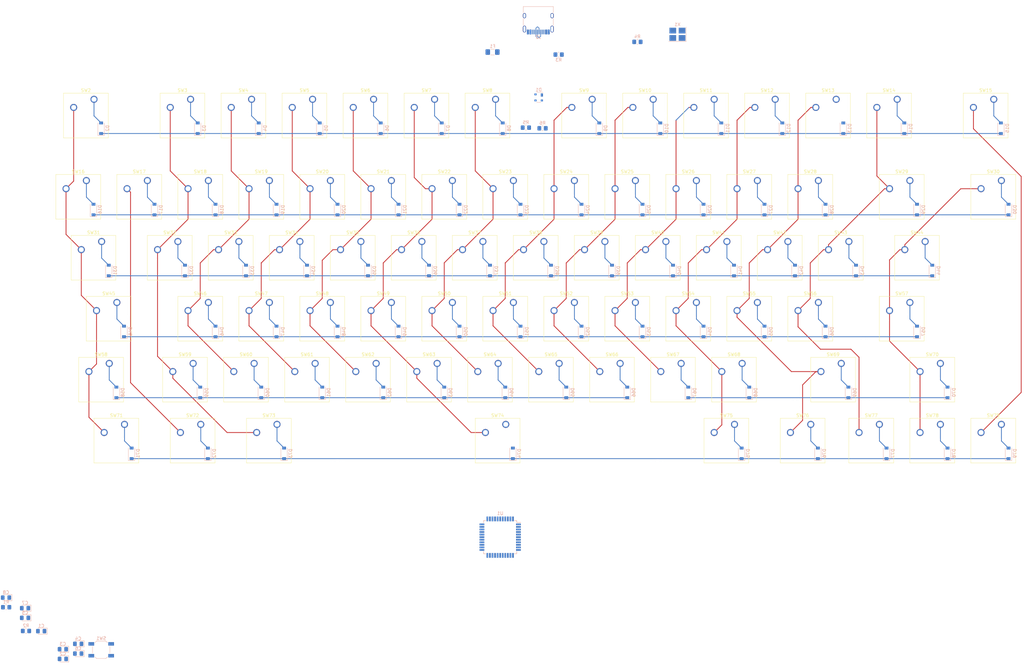
<source format=kicad_pcb>
(kicad_pcb (version 20211014) (generator pcbnew)
  (layers (0 "F.Cu" signal) (31 "B.Cu" signal) (34 "B.Paste" user) (35 "F.Paste" user) (36 "B.SilkS" user "B.Silkscreen") (37 "F.SilkS" user "F.Silkscreen") (38 "B.Mask" user) (39 "F.Mask" user) (44 "Edge.Cuts" user))
  (net 0 "")
  (net 1 "XTAL1")
  (net 2 "GND")
  (net 3 "XTAL2")
  (net 4 "+5V")
  (net 5 "Net-(C5-Pad1)")
  (net 6 "DP")
  (net 7 "DN")
  (net 8 "VCC")
  (net 9 "Net-(D2-Pad2)")
  (net 10 "Net-(D3-Pad2)")
  (net 11 "Net-(D4-Pad2)")
  (net 12 "Net-(D5-Pad2)")
  (net 13 "Net-(D6-Pad2)")
  (net 14 "Net-(D7-Pad2)")
  (net 15 "Net-(D8-Pad2)")
  (net 16 "Net-(D9-Pad2)")
  (net 17 "Net-(D10-Pad2)")
  (net 18 "Net-(D11-Pad2)")
  (net 19 "Net-(D12-Pad2)")
  (net 20 "Net-(D13-Pad2)")
  (net 21 "Net-(D14-Pad2)")
  (net 22 "Net-(D15-Pad2)")
  (net 23 "ROW 01")
  (net 24 "Net-(D16-Pad2)")
  (net 25 "Net-(D17-Pad2)")
  (net 26 "Net-(D18-Pad2)")
  (net 27 "Net-(D19-Pad2)")
  (net 28 "Net-(D20-Pad2)")
  (net 29 "Net-(D21-Pad2)")
  (net 30 "Net-(D22-Pad2)")
  (net 31 "Net-(D23-Pad2)")
  (net 32 "Net-(D24-Pad2)")
  (net 33 "Net-(D25-Pad2)")
  (net 34 "Net-(D26-Pad2)")
  (net 35 "Net-(D27-Pad2)")
  (net 36 "Net-(D28-Pad2)")
  (net 37 "Net-(D29-Pad2)")
  (net 38 "Net-(D30-Pad2)")
  (net 39 "ROW 02")
  (net 40 "Net-(D31-Pad2)")
  (net 41 "Net-(D32-Pad2)")
  (net 42 "Net-(D33-Pad2)")
  (net 43 "Net-(D34-Pad2)")
  (net 44 "Net-(D35-Pad2)")
  (net 45 "Net-(D36-Pad2)")
  (net 46 "Net-(D37-Pad2)")
  (net 47 "Net-(D38-Pad2)")
  (net 48 "Net-(D39-Pad2)")
  (net 49 "Net-(D40-Pad2)")
  (net 50 "Net-(D41-Pad2)")
  (net 51 "Net-(D42-Pad2)")
  (net 52 "Net-(D43-Pad2)")
  (net 53 "Net-(D44-Pad2)")
  (net 54 "ROW 03")
  (net 55 "Net-(D45-Pad2)")
  (net 56 "Net-(D46-Pad2)")
  (net 57 "Net-(D47-Pad2)")
  (net 58 "Net-(D48-Pad2)")
  (net 59 "Net-(D49-Pad2)")
  (net 60 "Net-(D50-Pad2)")
  (net 61 "Net-(D51-Pad2)")
  (net 62 "Net-(D52-Pad2)")
  (net 63 "Net-(D53-Pad2)")
  (net 64 "Net-(D54-Pad2)")
  (net 65 "Net-(D55-Pad2)")
  (net 66 "Net-(D56-Pad2)")
  (net 67 "Net-(D57-Pad2)")
  (net 68 "ROW 04")
  (net 69 "Net-(D58-Pad2)")
  (net 70 "Net-(D59-Pad2)")
  (net 71 "Net-(D60-Pad2)")
  (net 72 "Net-(D61-Pad2)")
  (net 73 "Net-(D62-Pad2)")
  (net 74 "Net-(D63-Pad2)")
  (net 75 "Net-(D64-Pad2)")
  (net 76 "Net-(D65-Pad2)")
  (net 77 "Net-(D66-Pad2)")
  (net 78 "Net-(D67-Pad2)")
  (net 79 "Net-(D68-Pad2)")
  (net 80 "Net-(D69-Pad2)")
  (net 81 "Net-(D70-Pad2)")
  (net 82 "ROW 05")
  (net 83 "Net-(D71-Pad2)")
  (net 84 "Net-(D72-Pad2)")
  (net 85 "Net-(D73-Pad2)")
  (net 86 "Net-(D74-Pad2)")
  (net 87 "Net-(D75-Pad2)")
  (net 88 "Net-(D76-Pad2)")
  (net 89 "Net-(D77-Pad2)")
  (net 90 "Net-(D78-Pad2)")
  (net 91 "Net-(D79-Pad2)")
  (net 92 "Net-(J2-PadA5)")
  (net 94 "Net-(J2-PadB5)")
  (net 96 "Net-(R1-Pad2)")
  (net 97 "RESET")
  (net 98 "D-")
  (net 99 "D+")
  (net 100 "COL 00")
  (net 101 "COL 02")
  (net 102 "COL 03")
  (net 103 "COL 04")
  (net 104 "COL 05")
  (net 105 "COL 06")
  (net 106 "COL 07")
  (net 107 "COL 08")
  (net 108 "COL 09")
  (net 109 "COL 0A")
  (net 110 "COL 0B")
  (net 111 "COL 0C")
  (net 112 "COL 0D")
  (net 113 "COL 0F")
  (net 114 "COL 01")
  (net 115 "COL 0E")
  (net 116 "SCK")
  (net 117 "MOSI")
  (net 118 "MISO")
  (footprint "Button_Switch_Keyboard:SW_Cherry_MX_1.00u_PCB" (layer "F.Cu") (at 170.02125 87.78875)
    (fp_text reference "SW36")
    (fp_text value "T")
  )
  (footprint "Button_Switch_Keyboard:SW_Cherry_MX_1.00u_PCB" (layer "F.Cu") (at 208.12125 87.78875)
    (fp_text reference "SW38")
    (fp_text value "U")
  )
  (footprint "Button_Switch_Keyboard:SW_Cherry_MX_2.00u_PCB" (layer "F.Cu") (at 322.42125 68.73875)
    (fp_text reference "SW29")
    (fp_text value "Bksp")
  )
  (footprint "Button_Switch_Keyboard:SW_Cherry_MX_1.00u_PCB" (layer "F.Cu") (at 103.34625 68.73875)
    (fp_text reference "SW18")
    (fp_text value "2")
  )
  (footprint "Button_Switch_Keyboard:SW_Cherry_MX_1.00u_PCB" (layer "F.Cu") (at 122.39625 106.83875)
    (fp_text reference "SW47")
    (fp_text value "S")
  )
  (footprint "Button_Switch_Keyboard:SW_Cherry_MX_1.00u_PCB" (layer "F.Cu") (at 246.22125 87.78875)
    (fp_text reference "SW40")
    (fp_text value "O")
  )
  (footprint "Button_Switch_Keyboard:SW_Cherry_MX_2.00u_PCB" (layer "F.Cu") (at 322.42125 106.83875)
    (fp_text reference "SW57")
    (fp_text value "Enter")
  )
  (footprint "Button_Switch_Keyboard:SW_Cherry_MX_1.00u_PCB" (layer "F.Cu") (at 255.74625 68.73875)
    (fp_text reference "SW26")
    (fp_text value "0")
  )
  (footprint "Button_Switch_Keyboard:SW_Cherry_MX_1.00u_PCB" (layer "F.Cu") (at 350.99625 68.73875)
    (fp_text reference "SW30")
    (fp_text value "Del")
  )
  (footprint "Button_Switch_Keyboard:SW_Cherry_MX_1.00u_PCB" (layer "F.Cu") (at 270.03375 125.88875)
    (fp_text reference "SW68")
    (fp_text value "/")
  )
  (footprint "Button_Switch_Keyboard:SW_Cherry_MX_1.00u_PCB" (layer "F.Cu") (at 265.27125 87.78875)
    (fp_text reference "SW41")
    (fp_text value "P")
  )
  (footprint "Button_Switch_Keyboard:SW_Cherry_MX_1.50u_PCB" (layer "F.Cu") (at 70.00875 87.78875)
    (fp_text reference "SW31")
    (fp_text value "Tab")
  )
  (footprint "Button_Switch_Keyboard:SW_Cherry_MX_1.00u_PCB" (layer "F.Cu") (at 160.49625 106.83875)
    (fp_text reference "SW49")
    (fp_text value "F")
  )
  (footprint "Button_Switch_Keyboard:SW_Cherry_MX_1.00u_PCB" (layer "F.Cu") (at 174.78375 125.88875)
    (fp_text reference "SW63")
    (fp_text value "B")
  )
  (footprint "Button_Switch_Keyboard:SW_Cherry_MX_1.00u_PCB" (layer "F.Cu") (at 189.07125 87.78875)
    (fp_text reference "SW37")
    (fp_text value "Y")
  )
  (footprint "Button_Switch_Keyboard:SW_Cherry_MX_1.00u_PCB" (layer "F.Cu") (at 135.89 43.33875)
    (fp_text reference "SW5")
    (fp_text value "F3")
  )
  (footprint "Button_Switch_Keyboard:SW_Cherry_MX_1.00u_PCB" (layer "F.Cu") (at 112.87125 87.78875)
    (fp_text reference "SW33")
    (fp_text value "W")
  )
  (footprint "Button_Switch_Keyboard:SW_Cherry_MX_1.00u_PCB" (layer "F.Cu") (at 236.69625 68.73875)
    (fp_text reference "SW25")
    (fp_text value "9")
  )
  (footprint "Button_Switch_Keyboard:SW_Cherry_MX_1.00u_PCB" (layer "F.Cu") (at 154.94 43.33875)
    (fp_text reference "SW6")
    (fp_text value "F4")
  )
  (footprint "Button_Switch_Keyboard:SW_Cherry_MX_1.00u_PCB" (layer "F.Cu") (at 141.44625 68.73875)
    (fp_text reference "SW20")
    (fp_text value "4")
  )
  (footprint "Button_Switch_Keyboard:SW_Cherry_MX_1.25u_PCB" (layer "F.Cu") (at 267.6525 144.93875)
    (fp_text reference "SW75")
    (fp_text value "RAmiga")
  )
  (footprint "Button_Switch_Keyboard:SW_Cherry_MX_1.00u_PCB" (layer "F.Cu") (at 293.84625 106.83875)
    (fp_text reference "SW56")
    (fp_text value "'")
  )
  (footprint "Button_Switch_Keyboard:SW_Cherry_MX_1.00u_PCB" (layer "F.Cu") (at 179.54625 106.83875)
    (fp_text reference "SW50")
    (fp_text value "G")
  )
  (footprint "Button_Switch_Keyboard:SW_Cherry_MX_1.00u_PCB" (layer "F.Cu") (at 117.63375 125.88875)
    (fp_text reference "SW60")
    (fp_text value "X")
  )
  (footprint "Button_Switch_Keyboard:SW_Cherry_MX_1.00u_PCB" (layer "F.Cu") (at 312.89625 144.93875)
    (fp_text reference "SW77")
    (fp_text value "Left")
  )
  (footprint "Button_Switch_Keyboard:SW_Cherry_MX_1.25u_PCB" (layer "F.Cu") (at 67.6275 43.33875)
    (fp_text reference "SW2")
    (fp_text value "Esc")
  )
  (footprint "Button_Switch_Keyboard:SW_Cherry_MX_1.25u_PCB" (layer "F.Cu") (at 77.1525 144.93875)
    (fp_text reference "SW71")
    (fp_text value "Ctrl")
  )
  (footprint "Button_Switch_Keyboard:SW_Cherry_MX_1.00u_PCB" (layer "F.Cu") (at 242.2525 43.33875)
    (fp_text reference "SW10")
    (fp_text value "F8")
  )
  (footprint "Button_Switch_Keyboard:SW_Cherry_MX_1.00u_PCB" (layer "F.Cu") (at 255.74625 106.83875)
    (fp_text reference "SW54")
    (fp_text value "L")
  )
  (footprint "Button_Switch_Keyboard:SW_Cherry_MX_1.00u_PCB" (layer "F.Cu") (at 261.3025 43.33875)
    (fp_text reference "SW11")
    (fp_text value "F9")
  )
  (footprint "Button_Switch_Keyboard:SW_Cherry_MX_1.25u_PCB" (layer "F.Cu") (at 291.465 144.93875)
    (fp_text reference "SW76")
    (fp_text value "RAlt")
  )
  (footprint "Button_Switch_Keyboard:SW_Cherry_MX_1.00u_PCB" (layer "F.Cu") (at 274.79625 68.73875)
    (fp_text reference "SW27")
    (fp_text value "-")
  )
  (footprint "Button_Switch_Keyboard:SW_Cherry_MX_1.00u_PCB" (layer "F.Cu") (at 250.98375 125.88875)
    (fp_text reference "SW67")
    (fp_text value ".")
  )
  (footprint "Button_Switch_Keyboard:SW_Cherry_MX_1.00u_PCB" (layer "F.Cu") (at 98.58375 125.88875)
    (fp_text reference "SW59")
    (fp_text value "Z")
  )
  (footprint "Button_Switch_Keyboard:SW_Cherry_MX_1.00u_PCB" (layer "F.Cu") (at 303.37125 87.78875)
    (fp_text reference "SW43")
    (fp_text value "]")
  )
  (footprint "Button_Switch_Keyboard:SW_Cherry_MX_2.00u_PCB" (layer "F.Cu") (at 74.77125 106.83875)
    (fp_text reference "SW45")
    (fp_text value "Hyper")
  )
  (footprint "Button_Switch_Keyboard:SW_Cherry_MX_1.00u_PCB" (layer "F.Cu") (at 155.73375 125.88875)
    (fp_text reference "SW62")
    (fp_text value "V")
  )
  (footprint "Button_Switch_Keyboard:SW_Cherry_MX_1.00u_PCB" (layer "F.Cu") (at 331.94625 125.88875)
    (fp_text reference "SW70")
    (fp_text value "Up")
  )
  (footprint "Button_Switch_Keyboard:SW_Cherry_MX_1.00u_PCB" (layer "F.Cu") (at 212.88375 125.88875)
    (fp_text reference "SW65")
    (fp_text value "M")
  )
  (footprint "Button_Switch_Keyboard:SW_Cherry_MX_1.00u_PCB" (layer "F.Cu") (at 122.39625 68.73875)
    (fp_text reference "SW19")
    (fp_text value "3")
  )
  (footprint "Button_Switch_Keyboard:SW_Cherry_MX_1.00u_PCB" (layer "F.Cu") (at 103.34625 106.83875)
    (fp_text reference "SW46")
    (fp_text value "A")
  )
  (footprint "Button_Switch_Keyboard:SW_Cherry_MX_1.00u_PCB" (layer "F.Cu") (at 179.54625 68.73875)
    (fp_text reference "SW22")
    (fp_text value "6")
  )
  (footprint "Button_Switch_Keyboard:SW_Cherry_MX_1.00u_PCB" (layer "F.Cu") (at 217.64625 106.83875)
    (fp_text reference "SW52")
    (fp_text value "J")
  )
  (footprint "Button_Switch_Keyboard:SW_Cherry_MX_1.75u_PCB" (layer "F.Cu") (at 72.39 125.88875)
    (fp_text reference "SW58")
    (fp_text value "LShift")
  )
  (footprint "Button_Switch_Keyboard:SW_Cherry_MX_1.00u_PCB" (layer "F.Cu") (at 160.49625 68.73875)
    (fp_text reference "SW21")
    (fp_text value "5")
  )
  (footprint "Button_Switch_Keyboard:SW_Cherry_MX_1.00u_PCB" (layer "F.Cu") (at 299.4025 43.33875)
    (fp_text reference "SW13")
    (fp_text value "F11")
  )
  (footprint "Button_Switch_Keyboard:SW_Cherry_MX_1.00u_PCB" (layer "F.Cu") (at 227.17125 87.78875)
    (fp_text reference "SW39")
    (fp_text value "I")
  )
  (footprint "Button_Switch_Keyboard:SW_Cherry_MX_1.00u_PCB" (layer "F.Cu") (at 198.59625 68.73875)
    (fp_text reference "SW23")
    (fp_text value "7")
  )
  (footprint "Button_Switch_Keyboard:SW_Cherry_MX_1.00u_PCB" (layer "F.Cu") (at 231.93375 125.88875)
    (fp_text reference "SW66")
    (fp_text value ",")
  )
  (footprint "Button_Switch_Keyboard:SW_Cherry_MX_1.00u_PCB" (layer "F.Cu") (at 173.99 43.33875)
    (fp_text reference "SW7")
    (fp_text value "F5")
  )
  (footprint "Button_Switch_Keyboard:SW_Cherry_MX_1.00u_PCB" (layer "F.Cu") (at 284.32125 87.78875)
    (fp_text reference "SW42")
    (fp_text value "[")
  )
  (footprint "Button_Switch_Keyboard:SW_Cherry_MX_1.00u_PCB" (layer "F.Cu") (at 150.97125 87.78875)
    (fp_text reference "SW35")
    (fp_text value "R")
  )
  (footprint "Button_Switch_Keyboard:SW_Cherry_MX_1.00u_PCB" (layer "F.Cu") (at 318.4525 43.33875)
    (fp_text reference "SW14")
    (fp_text value "F12")
  )
  (footprint "Button_Switch_Keyboard:SW_Cherry_MX_1.00u_PCB" (layer "F.Cu") (at 274.79625 106.83875)
    (fp_text reference "SW55")
    (fp_text value ";")
  )
  (footprint "Button_Switch_Keyboard:SW_Cherry_MX_1.00u_PCB" (layer "F.Cu") (at 65.24625 68.73875)
    (fp_text reference "SW16")
    (fp_text value "Grv")
  )
  (footprint "Button_Switch_Keyboard:SW_Cherry_MX_1.00u_PCB" (layer "F.Cu") (at 141.44625 106.83875)
    (fp_text reference "SW48")
    (fp_text value "D")
  )
  (footprint "Button_Switch_Keyboard:SW_Cherry_MX_1.00u_PCB" (layer "F.Cu") (at 193.83375 125.88875)
    (fp_text reference "SW64")
    (fp_text value "N")
  )
  (footprint "Button_Switch_Keyboard:SW_Cherry_MX_1.00u_PCB" (layer "F.Cu") (at 84.29625 68.73875)
    (fp_text reference "SW17")
    (fp_text value "1")
  )
  (footprint "Button_Switch_Keyboard:SW_Cherry_MX_1.00u_PCB" (layer "F.Cu") (at 193.04 43.33875)
    (fp_text reference "SW8")
    (fp_text value "F6")
  )
  (footprint "Button_Switch_Keyboard:SW_Cherry_MX_1.00u_PCB" (layer "F.Cu") (at 93.82125 87.78875)
    (fp_text reference "SW32")
    (fp_text value "Q")
  )
  (footprint "Button_Switch_Keyboard:SW_Cherry_MX_1.00u_PCB" (layer "F.Cu") (at 198.59625 106.83875)
    (fp_text reference "SW51")
    (fp_text value "H")
  )
  (footprint "Button_Switch_Keyboard:SW_Cherry_MX_6.25u_PCB" (layer "F.Cu") (at 196.215 144.93875)
    (fp_text reference "SW74")
    (fp_text value "Space")
  )
  (footprint "Button_Switch_Keyboard:SW_Cherry_MX_1.25u_PCB" (layer "F.Cu") (at 124.7775 144.93875)
    (fp_text reference "SW73")
    (fp_text value "LAmiga")
  )
  (footprint "Button_Switch_Keyboard:SW_Cherry_MX_1.00u_PCB" (layer "F.Cu") (at 97.79 43.33875)
    (fp_text reference "SW3")
    (fp_text value "F1")
  )
  (footprint "Button_Switch_Keyboard:SW_Cherry_MX_1.00u_PCB" (layer "F.Cu") (at 217.64625 68.73875)
    (fp_text reference "SW24")
    (fp_text value "8")
  )
  (footprint "Button_Switch_Keyboard:SW_Cherry_MX_1.00u_PCB" (layer "F.Cu") (at 293.84625 68.73875)
    (fp_text reference "SW28")
    (fp_text value "=")
  )
  (footprint "Button_Switch_Keyboard:SW_Cherry_MX_1.00u_PCB" (layer "F.Cu") (at 331.94625 144.93875)
    (fp_text reference "SW78")
    (fp_text value "Down")
  )
  (footprint "Button_Switch_Keyboard:SW_Cherry_MX_1.25u_PCB" (layer "F.Cu") (at 348.615 43.33875)
    (fp_text reference "SW15")
    (fp_text value "Help")
  )
  (footprint "Button_Switch_Keyboard:SW_Cherry_MX_1.00u_PCB" (layer "F.Cu") (at 116.84 43.33875)
    (fp_text reference "SW4")
    (fp_text value "F2")
  )
  (footprint "Button_Switch_Keyboard:SW_Cherry_MX_2.25u_PCB" (layer "F.Cu") (at 300.99 125.88875)
    (fp_text reference "SW69")
    (fp_text value "RShift")
  )
  (footprint "Button_Switch_Keyboard:SW_Cherry_MX_1.00u_PCB" (layer "F.Cu") (at 236.69625 106.83875)
    (fp_text reference "SW53")
    (fp_text value "K")
  )
  (footprint "Button_Switch_Keyboard:SW_Cherry_MX_1.00u_PCB" (layer "F.Cu") (at 350.99625 144.93875)
    (fp_text reference "SW79")
    (fp_text value "Right")
  )
  (footprint "Button_Switch_Keyboard:SW_Cherry_MX_1.00u_PCB" (layer "F.Cu") (at 136.68375 125.88875)
    (fp_text reference "SW61")
    (fp_text value "C")
  )
  (footprint "Button_Switch_Keyboard:SW_Cherry_MX_1.25u_PCB" (layer "F.Cu") (at 100.965 144.93875)
    (fp_text reference "SW72")
    (fp_text value "LAlt")
  )
  (footprint "Button_Switch_Keyboard:SW_Cherry_MX_1.00u_PCB" (layer "F.Cu") (at 280.3525 43.33875)
    (fp_text reference "SW12")
    (fp_text value "F10")
  )
  (footprint "Button_Switch_Keyboard:SW_Cherry_MX_1.50u_PCB" (layer "F.Cu") (at 327.18375 87.78875)
    (fp_text reference "SW44")
    (fp_text value "\\")
  )
  (footprint "Button_Switch_Keyboard:SW_Cherry_MX_1.00u_PCB" (layer "F.Cu") (at 131.92125 87.78875)
    (fp_text reference "SW34")
    (fp_text value "E")
  )
  (footprint "Button_Switch_Keyboard:SW_Cherry_MX_1.00u_PCB" (layer "F.Cu") (at 223.2025 43.33875)
    (fp_text reference "SW9")
    (fp_text value "F7")
  )
  (footprint "Diode_SMD:D_SOD-123" (layer "B.Cu") (at 324.64375 77.7875 90)
    (fp_text reference "D29")
    (fp_text value "D_Small")
  )
  (footprint "Resistor_SMD:R_0805_2012Metric_Pad1.20x1.40mm_HandSolder" (layer "B.Cu") (at 202.5 52.2 180)
    (fp_text reference "R5")
    (fp_text value "22")
  )
  (footprint "Diode_SMD:D_SOD-123" (layer "B.Cu") (at 244.475 52.3875 90)
    (fp_text reference "D10")
    (fp_text value "D_Small")
  )
  (footprint "Diode_SMD:D_SOD-123" (layer "B.Cu") (at 134.14375 96.8375 90)
    (fp_text reference "D34")
    (fp_text value "D_Small")
  )
  (footprint "Diode_SMD:D_SOD-123" (layer "B.Cu") (at 74.6125 134.9375 90)
    (fp_text reference "D58")
    (fp_text value "D_Small")
  )
  (footprint "Button_Switch_SMD:SW_SPST_SKQG_WithoutStem" (layer "B.Cu") (at 69.88 215.385 180)
    (fp_text reference "SW1")
    (fp_text value "SW_Push")
  )
  (footprint "Diode_SMD:D_0805_2012Metric_Pad1.15x1.40mm_HandSolder" (layer "B.Cu") (at 57.895 215.2 180)
    (fp_text reference "C3")
    (fp_text value "0.1u")
  )
  (footprint "Resistor_SMD:R_0805_2012Metric_Pad1.20x1.40mm_HandSolder" (layer "B.Cu") (at 46.39 209.505 180)
    (fp_text reference "R2")
    (fp_text value "10k")
  )
  (footprint "Diode_SMD:D_SOD-123" (layer "B.Cu") (at 315.11875 153.9875 90)
    (fp_text reference "D77")
    (fp_text value "D_Small")
  )
  (footprint "Diode_SMD:D_SOD-123" (layer "B.Cu") (at 229.39375 96.8375 90)
    (fp_text reference "D39")
    (fp_text value "D_Small")
  )
  (footprint "Diode_SMD:D_SOD-123" (layer "B.Cu") (at 296.06875 77.7875 90)
    (fp_text reference "D28")
    (fp_text value "D_Small")
  )
  (footprint "Diode_SMD:D_SOD-123" (layer "B.Cu") (at 138.1125 52.3875 90)
    (fp_text reference "D5")
    (fp_text value "D_Small")
  )
  (footprint "Diode_SMD:D_SOD-123" (layer "B.Cu") (at 176.2125 52.3875 90)
    (fp_text reference "D7")
    (fp_text value "D_Small")
  )
  (footprint "Diode_SMD:D_0805_2012Metric_Pad1.15x1.40mm_HandSolder" (layer "B.Cu") (at 40.145 199.08 180)
    (fp_text reference "C8")
    (fp_text value "0.1u")
  )
  (footprint "Diode_SMD:D_SOD-123" (layer "B.Cu") (at 225.425 52.3875 90)
    (fp_text reference "D9")
    (fp_text value "D_Small")
  )
  (footprint "Diode_SMD:D_SOD-123" (layer "B.Cu") (at 124.61875 77.7875 90)
    (fp_text reference "D19")
    (fp_text value "D_Small")
  )
  (footprint "Diode_SMD:D_0805_2012Metric_Pad1.15x1.40mm_HandSolder" (layer "B.Cu") (at 51.135 209.55 180)
    (fp_text reference "C1")
    (fp_text value "22p")
  )
  (footprint "Diode_SMD:D_SOD-123" (layer "B.Cu") (at 119.85625 134.9375 90)
    (fp_text reference "D60")
    (fp_text value "D_Small")
  )
  (footprint "Diode_SMD:D_SOD-123" (layer "B.Cu") (at 76.99375 115.8875 90)
    (fp_text reference "D45")
    (fp_text value "D_Small")
  )
  (footprint "Diode_SMD:D_SOD-123" (layer "B.Cu") (at 72.23125 96.8375 90)
    (fp_text reference "D31")
    (fp_text value "D_Small")
  )
  (footprint "Diode_SMD:D_SOD-123" (layer "B.Cu") (at 272.25625 134.9375 90)
    (fp_text reference "D68")
    (fp_text value "D_Small")
  )
  (footprint "Diode_SMD:D_SOD-123" (layer "B.Cu") (at 143.66875 115.8875 90)
    (fp_text reference "D48")
    (fp_text value "D_Small")
  )
  (footprint "Diode_SMD:D_SOD-123" (layer "B.Cu") (at 320.675 52.3875 90)
    (fp_text reference "D14")
    (fp_text value "D_Small")
  )
  (footprint "Diode_SMD:D_SOD-123" (layer "B.Cu") (at 324.64375 115.8875 90)
    (fp_text reference "D57")
    (fp_text value "D_Small")
  )
  (footprint "Diode_SMD:D_SOD-123" (layer "B.Cu") (at 157.95625 134.9375 90)
    (fp_text reference "D62")
    (fp_text value "D_Small")
  )
  (footprint "Diode_SMD:D_SOD-123" (layer "B.Cu") (at 334.16875 134.9375 90)
    (fp_text reference "D70")
    (fp_text value "D_Small")
  )
  (footprint "Diode_SMD:D_SOD-123" (layer "B.Cu") (at 293.6875 153.9875 90)
    (fp_text reference "D76")
    (fp_text value "D_Small")
  )
  (footprint "Diode_SMD:D_SOD-123" (layer "B.Cu") (at 127 153.9875 90)
    (fp_text reference "D73")
    (fp_text value "D_Small")
  )
  (footprint "Diode_SMD:D_SOD-123" (layer "B.Cu") (at 195.2625 52.3875 90)
    (fp_text reference "D8")
    (fp_text value "D_Small")
  )
  (footprint "Resistor_SMD:R_0805_2012Metric_Pad1.20x1.40mm_HandSolder" (layer "B.Cu") (at 207.7 52.4 180)
    (fp_text reference "R6")
    (fp_text value "22")
  )
  (footprint "Diode_SMD:D_SOD-123" (layer "B.Cu") (at 67.46875 77.7875 90)
    (fp_text reference "D16")
    (fp_text value "D_Small")
  )
  (footprint "Resistor_SMD:R_0805_2012Metric_Pad1.20x1.40mm_HandSolder" (layer "B.Cu") (at 237.33125 25.4 180)
    (fp_text reference "R4")
    (fp_text value "5.1k")
  )
  (footprint "Diode_SMD:D_SOD-123" (layer "B.Cu") (at 238.91875 115.8875 90)
    (fp_text reference "D53")
    (fp_text value "D_Small")
  )
  (footprint "Diode_SMD:D_SOD-123" (layer "B.Cu") (at 353.21875 77.7875 90)
    (fp_text reference "D30")
    (fp_text value "D_Small")
  )
  (footprint "Diode_SMD:D_SOD-123" (layer "B.Cu") (at 143.66875 77.7875 90)
    (fp_text reference "D20")
    (fp_text value "D_Small")
  )
  (footprint "Resistor_SMD:R_0805_2012Metric_Pad1.20x1.40mm_HandSolder" (layer "B.Cu") (at 212.725 29.36875)
    (fp_text reference "R3")
    (fp_text value "5.1k")
  )
  (footprint "Diode_SMD:D_0805_2012Metric_Pad1.15x1.40mm_HandSolder" (layer "B.Cu") (at 46.095 202.37 180)
    (fp_text reference "C7")
    (fp_text value "0.1u")
  )
  (footprint "Diode_SMD:D_SOD-123" (layer "B.Cu") (at 177.00625 134.9375 90)
    (fp_text reference "D63")
    (fp_text value "D_Small")
  )
  (footprint "Diode_SMD:D_SOD-123" (layer "B.Cu") (at 282.575 52.3875 90)
    (fp_text reference "D12")
    (fp_text value "D_Small")
  )
  (footprint "Diode_SMD:D_0805_2012Metric_Pad1.15x1.40mm_HandSolder" (layer "B.Cu") (at 62.685 216.57 180)
    (fp_text reference "C6")
    (fp_text value "0.1u")
  )
  (footprint "Diode_SMD:D_SOD-123" (layer "B.Cu") (at 79.375 153.9875 90)
    (fp_text reference "D71")
    (fp_text value "D_Small")
  )
  (footprint "Diode_SMD:D_SOD-123" (layer "B.Cu") (at 100.80625 134.9375 90)
    (fp_text reference "D59")
    (fp_text value "D_Small")
  )
  (footprint "Diode_SMD:D_SOD-123" (layer "B.Cu") (at 219.86875 115.8875 90)
    (fp_text reference "D52")
    (fp_text value "D_Small")
  )
  (footprint "Diode_SMD:D_SOD-123" (layer "B.Cu") (at 105.56875 77.7875 90)
    (fp_text reference "D18")
    (fp_text value "D_Small")
  )
  (footprint "Package_QFP:TQFP-44_10x10mm_P0.8mm" (layer "B.Cu") (at 194.46875 180.18125 180)
    (fp_text reference "U1")
    (fp_text value "ATmega32U4-A")
  )
  (footprint "Diode_SMD:D_SOD-123" (layer "B.Cu") (at 210.34375 96.8375 90)
    (fp_text reference "D38")
    (fp_text value "D_Small")
  )
  (footprint "Diode_SMD:D_SOD-123" (layer "B.Cu") (at 162.71875 115.8875 90)
    (fp_text reference "D49")
    (fp_text value "D_Small")
  )
  (footprint "Diode_SMD:D_SOD-123" (layer "B.Cu") (at 86.51875 77.7875 90)
    (fp_text reference "D17")
    (fp_text value "D_Small")
  )
  (footprint "Diode_SMD:D_SOD-123" (layer "B.Cu") (at 196.05625 134.9375 90)
    (fp_text reference "D64")
    (fp_text value "D_Small")
  )
  (footprint "Diode_SMD:D_SOD-123" (layer "B.Cu") (at 153.19375 96.8375 90)
    (fp_text reference "D35")
    (fp_text value "D_Small")
  )
  (footprint "Diode_SMD:D_SOD-123" (layer "B.Cu") (at 96.04375 96.8375 90)
    (fp_text reference "D32")
    (fp_text value "D_Small")
  )
  (footprint "Diode_SMD:D_SOD-123" (layer "B.Cu") (at 305.59375 96.8375 90)
    (fp_text reference "D43")
    (fp_text value "D_Small")
  )
  (footprint "Diode_SMD:D_SOD-123" (layer "B.Cu") (at 162.71875 77.7875 90)
    (fp_text reference "D21")
    (fp_text value "D_Small")
  )
  (footprint "Diode_SMD:D_SOD-123" (layer "B.Cu") (at 277.01875 115.8875 90)
    (fp_text reference "D55")
    (fp_text value "D_Small")
  )
  (footprint "Diode_SMD:D_SOD-123" (layer "B.Cu") (at 301.625 52.3875 90)
    (fp_text reference "D13")
    (fp_text value "D_Small")
  )
  (footprint "Diode_SMD:D_SOD-123" (layer "B.Cu") (at 253.20625 134.9375 90)
    (fp_text reference "D67")
    (fp_text value "D_Small")
  )
  (footprint "Diode_SMD:D_SOD-123" (layer "B.Cu") (at 119.0625 52.3875 90)
    (fp_text reference "D4")
    (fp_text value "D_Small")
  )
  (footprint "Diode_SMD:D_SOD-123" (layer "B.Cu") (at 103.1875 153.9875 90)
    (fp_text reference "D72")
    (fp_text value "D_Small")
  )
  (footprint "Resistor_SMD:R_0805_2012Metric_Pad1.20x1.40mm_HandSolder" (layer "B.Cu") (at 40.19 202.075 180)
    (fp_text reference "R1")
    (fp_text value "10k")
  )
  (footprint "Package_TO_SOT_SMD:SOT-143" (layer "B.Cu") (at 206.5 42.75 180)
    (fp_text reference "D1")
    (fp_text value "PRTR5V0U2X")
  )
  (footprint "Diode_SMD:D_SOD-123" (layer "B.Cu") (at 181.76875 77.7875 90)
    (fp_text reference "D22")
    (fp_text value "D_Small")
  )
  (footprint "Diode_SMD:D_SOD-123" (layer "B.Cu") (at 248.44375 96.8375 90)
    (fp_text reference "D40")
    (fp_text value "D_Small")
  )
  (footprint "Diode_SMD:D_SOD-123" (layer "B.Cu") (at 100.0125 52.3875 90)
    (fp_text reference "D3")
    (fp_text value "D_Small")
  )
  (footprint "Diode_SMD:D_SOD-123" (layer "B.Cu") (at 350.8375 52.3875 90)
    (fp_text reference "D15")
    (fp_text value "D_Small")
  )
  (footprint "Diode_SMD:D_SOD-123" (layer "B.Cu") (at 329.40625 96.8375 90)
    (fp_text reference "D44")
    (fp_text value "D_Small")
  )
  (footprint "Fuse:Fuse_1206_3216Metric_Pad1.42x1.75mm_HandSolder" (layer "B.Cu") (at 192.0875 28.575 180)
    (fp_text reference "F1")
    (fp_text value "500m")
  )
  (footprint "Diode_SMD:D_0805_2012Metric_Pad1.15x1.40mm_HandSolder" (layer "B.Cu") (at 46.095 205.41 180)
    (fp_text reference "C5")
    (fp_text value "1u")
  )
  (footprint "Diode_SMD:D_SOD-123" (layer "B.Cu") (at 269.875 153.9875 90)
    (fp_text reference "D75")
    (fp_text value "D_Small")
  )
  (footprint "Diode_SMD:D_SOD-123" (layer "B.Cu") (at 238.91875 77.7875 90)
    (fp_text reference "D25")
    (fp_text value "D_Small")
  )
  (footprint "Connector_USB:USB_C_Receptacle_HRO_TYPE-C-31-M-12" (layer "B.Cu") (at 206.375 18.25625)
    (fp_text reference "J2")
    (fp_text value "USB_C_Receptacle_USB2.0")
  )
  (footprint "Diode_SMD:D_SOD-123" (layer "B.Cu") (at 215.10625 134.9375 90)
    (fp_text reference "D65")
    (fp_text value "D_Small")
  )
  (footprint "Diode_SMD:D_SOD-123" (layer "B.Cu") (at 157.1625 52.3875 90)
    (fp_text reference "D6")
    (fp_text value "D_Small")
  )
  (footprint "Diode_SMD:D_SOD-123" (layer "B.Cu") (at 277.01875 77.7875 90)
    (fp_text reference "D27")
    (fp_text value "D_Small")
  )
  (footprint "Diode_SMD:D_SOD-123" (layer "B.Cu") (at 200.81875 115.8875 90)
    (fp_text reference "D51")
    (fp_text value "D_Small")
  )
  (footprint "Diode_SMD:D_SOD-123" (layer "B.Cu") (at 105.56875 115.8875 90)
    (fp_text reference "D46")
    (fp_text value "D_Small")
  )
  (footprint "Diode_SMD:D_SOD-123" (layer "B.Cu") (at 181.76875 115.8875 90)
    (fp_text reference "D50")
    (fp_text value "D_Small")
  )
  (footprint "Diode_SMD:D_0805_2012Metric_Pad1.15x1.40mm_HandSolder" (layer "B.Cu") (at 62.685 213.53 180)
    (fp_text reference "C4")
    (fp_text value "0.1u")
  )
  (footprint "Diode_SMD:D_SOD-123" (layer "B.Cu") (at 286.54375 96.8375 90)
    (fp_text reference "D42")
    (fp_text value "D_Small")
  )
  (footprint "Diode_SMD:D_SOD-123" (layer "B.Cu") (at 198.4375 153.9875 90)
    (fp_text reference "D74")
    (fp_text value "D_Small")
  )
  (footprint "Diode_SMD:D_SOD-123" (layer "B.Cu") (at 234.15625 134.9375 90)
    (fp_text reference "D66")
    (fp_text value "D_Small")
  )
  (footprint "Crystal:Crystal_SMD_3225-4Pin_3.2x2.5mm_HandSoldering" (layer "B.Cu") (at 249.825 23.01875 180)
    (fp_text reference "X1")
    (fp_text value "XTAL")
  )
  (footprint "Diode_SMD:D_SOD-123" (layer "B.Cu") (at 267.49375 96.8375 90)
    (fp_text reference "D41")
    (fp_text value "D_Small")
  )
  (footprint "Diode_SMD:D_SOD-123" (layer "B.Cu") (at 303.2125 134.9375 90)
    (fp_text reference "D69")
    (fp_text value "D_Small")
  )
  (footprint "Diode_SMD:D_0805_2012Metric_Pad1.15x1.40mm_HandSolder" (layer "B.Cu") (at 57.895 218.24 180)
    (fp_text reference "C2")
    (fp_text value "22p")
  )
  (footprint "Diode_SMD:D_SOD-123" (layer "B.Cu") (at 257.96875 115.8875 90)
    (fp_text reference "D54")
    (fp_text value "D_Small")
  )
  (footprint "Diode_SMD:D_SOD-123" (layer "B.Cu") (at 200.81875 77.7875 90)
    (fp_text reference "D23")
    (fp_text value "D_Small")
  )
  (footprint "Diode_SMD:D_SOD-123" (layer "B.Cu") (at 334.16875 153.9875 90)
    (fp_text reference "D78")
    (fp_text value "D_Small")
  )
  (footprint "Diode_SMD:D_SOD-123" (layer "B.Cu") (at 191.29375 96.8375 90)
    (fp_text reference "D37")
    (fp_text value "D_Small")
  )
  (footprint "Diode_SMD:D_SOD-123" (layer "B.Cu") (at 296.06875 115.8875 90)
    (fp_text reference "D56")
    (fp_text value "D_Small")
  )
  (footprint "Diode_SMD:D_SOD-123" (layer "B.Cu") (at 69.85 52.3875 90)
    (fp_text reference "D2")
    (fp_text value "D_Small")
  )
  (footprint "Diode_SMD:D_SOD-123" (layer "B.Cu") (at 138.90625 134.9375 90)
    (fp_text reference "D61")
    (fp_text value "D_Small")
  )
  (footprint "Diode_SMD:D_SOD-123" (layer "B.Cu") (at 263.525 52.3875 90)
    (fp_text reference "D11")
    (fp_text value "D_Small")
  )
  (footprint "Diode_SMD:D_SOD-123" (layer "B.Cu") (at 257.96875 77.7875 90)
    (fp_text reference "D26")
    (fp_text value "D_Small")
  )
  (footprint "Diode_SMD:D_SOD-123" (layer "B.Cu") (at 219.86875 77.7875 90)
    (fp_text reference "D24")
    (fp_text value "D_Small")
  )
  (footprint "Diode_SMD:D_SOD-123" (layer "B.Cu") (at 172.24375 96.8375 90)
    (fp_text reference "D36")
    (fp_text value "D_Small")
  )
  (footprint "Diode_SMD:D_SOD-123" (layer "B.Cu") (at 115.09375 96.8375 90)
    (fp_text reference "D33")
    (fp_text value "D_Small")
  )
  (footprint "Diode_SMD:D_SOD-123" (layer "B.Cu") (at 353.21875 153.9875 90)
    (fp_text reference "D79")
    (fp_text value "D_Small")
  )
  (footprint "Diode_SMD:D_SOD-123" (layer "B.Cu") (at 124.61875 115.8875 90)
    (fp_text reference "D47")
    (fp_text value "D_Small")
  )
  (segment (start 206.125 22.30125) (end 206.125 23.625) (width 0.2) (layer "B.Cu") (net 6))
  (segment (start 207.125 23.625) (end 207.125 22.30125) (width 0.2) (layer "B.Cu") (net 6))
  (segment (start 206.617016 24.117016) (end 206.632984 24.117016) (width 0.2) (layer "B.Cu") (net 6))
  (segment (start 206.632984 24.117016) (end 207.125 23.625) (width 0.2) (layer "B.Cu") (net 6))
  (segment (start 206.125 23.625) (end 206.617016 24.117016) (width 0.2) (layer "B.Cu") (net 6))
  (segment (start 206.632984 24.117016) (end 206.617017 24.132983) (width 0.2) (layer "B.Cu") (net 6))
  (segment (start 205.625 21.125) (end 206 20.75) (width 0.2) (layer "B.Cu") (net 7))
  (segment (start 206 20.75) (end 206.25 20.75) (width 0.2) (layer "B.Cu") (net 7))
  (segment (start 205.625 22.30125) (end 205.625 21.125) (width 0.2) (layer "B.Cu") (net 7))
  (segment (start 205.625 22.30125) (end 205.625 23.690006) (width 0.2) (layer "B.Cu") (net 7))
  (segment (start 206.25 20.75) (end 206.625 21.125) (width 0.2) (layer "B.Cu") (net 7))
  (segment (start 205.625 23.690006) (end 206.217497 24.282503) (width 0.2) (layer "B.Cu") (net 7))
  (segment (start 206.625 21.125) (end 206.625 22.30125) (width 0.2) (layer "B.Cu") (net 7))
  (segment (start 67.6275 48.515) (end 69.85 50.7375) (width 0.25) (layer "B.Cu") (net 9))
  (segment (start 67.6275 43.33875) (end 67.6275 48.515) (width 0.25) (layer "B.Cu") (net 9))
  (segment (start 97.79 48.515) (end 100.0125 50.7375) (width 0.25) (layer "B.Cu") (net 10))
  (segment (start 97.79 43.33875) (end 97.79 48.515) (width 0.25) (layer "B.Cu") (net 10))
  (segment (start 116.84 43.33875) (end 116.84 48.515) (width 0.25) (layer "B.Cu") (net 11))
  (segment (start 116.84 48.515) (end 119.0625 50.7375) (width 0.25) (layer "B.Cu") (net 11))
  (segment (start 135.89 43.33875) (end 135.89 48.515) (width 0.25) (layer "B.Cu") (net 12))
  (segment (start 135.89 48.515) (end 138.1125 50.7375) (width 0.25) (layer "B.Cu") (net 12))
  (segment (start 154.94 48.515) (end 157.1625 50.7375) (width 0.25) (layer "B.Cu") (net 13))
  (segment (start 154.94 43.33875) (end 154.94 48.515) (width 0.25) (layer "B.Cu") (net 13))
  (segment (start 173.99 48.515) (end 176.2125 50.7375) (width 0.25) (layer "B.Cu") (net 14))
  (segment (start 173.99 43.33875) (end 173.99 48.515) (width 0.25) (layer "B.Cu") (net 14))
  (segment (start 193.04 48.515) (end 195.2625 50.7375) (width 0.25) (layer "B.Cu") (net 15))
  (segment (start 193.04 43.33875) (end 193.04 48.515) (width 0.25) (layer "B.Cu") (net 15))
  (segment (start 223.2025 48.515) (end 225.425 50.7375) (width 0.25) (layer "B.Cu") (net 16))
  (segment (start 223.2025 43.33875) (end 223.2025 48.515) (width 0.25) (layer "B.Cu") (net 16))
  (segment (start 242.2525 43.33875) (end 242.2525 48.515) (width 0.25) (layer "B.Cu") (net 17))
  (segment (start 242.2525 48.515) (end 244.475 50.7375) (width 0.25) (layer "B.Cu") (net 17))
  (segment (start 261.3025 43.33875) (end 261.3025 48.515) (width 0.25) (layer "B.Cu") (net 18))
  (segment (start 261.3025 48.515) (end 263.525 50.7375) (width 0.25) (layer "B.Cu") (net 18))
  (segment (start 280.3525 43.33875) (end 280.3525 48.515) (width 0.25) (layer "B.Cu") (net 19))
  (segment (start 280.3525 48.515) (end 282.575 50.7375) (width 0.25) (layer "B.Cu") (net 19))
  (segment (start 318.4525 48.515) (end 320.675 50.7375) (width 0.25) (layer "B.Cu") (net 21))
  (segment (start 318.4525 43.33875) (end 318.4525 48.515) (width 0.25) (layer "B.Cu") (net 21))
  (segment (start 348.615 48.515) (end 350.8375 50.7375) (width 0.25) (layer "B.Cu") (net 22))
  (segment (start 348.615 43.33875) (end 348.615 48.515) (width 0.25) (layer "B.Cu") (net 22))
  (segment (start 163.575 79.4375) (end 277.01875 79.4375) (width 0.25) (layer "B.Cu") (net 23))
  (segment (start 67.46875 79.4375) (end 86.51875 79.4375) (width 0.25) (layer "B.Cu") (net 23))
  (segment (start 163.45 79.4375) (end 163.5125 79.375) (width 0.25) (layer "B.Cu") (net 23))
  (segment (start 86.51875 79.4375) (end 163.45 79.4375) (width 0.25) (layer "B.Cu") (net 23))
  (segment (start 163.5125 79.375) (end 163.575 79.4375) (width 0.25) (layer "B.Cu") (net 23))
  (segment (start 277.01875 79.4375) (end 353.21875 79.4375) (width 0.25) (layer "B.Cu") (net 23))
  (segment (start 65.24625 73.915) (end 67.46875 76.1375) (width 0.25) (layer "B.Cu") (net 24))
  (segment (start 65.24625 68.73875) (end 65.24625 73.915) (width 0.25) (layer "B.Cu") (net 24))
  (segment (start 84.29625 68.73875) (end 84.29625 73.915) (width 0.25) (layer "B.Cu") (net 25))
  (segment (start 84.29625 73.915) (end 86.51875 76.1375) (width 0.25) (layer "B.Cu") (net 25))
  (segment (start 103.34625 73.915) (end 105.56875 76.1375) (width 0.25) (layer "B.Cu") (net 26))
  (segment (start 103.34625 68.73875) (end 103.34625 73.915) (width 0.25) (layer "B.Cu") (net 26))
  (segment (start 122.39625 73.915) (end 124.61875 76.1375) (width 0.25) (layer "B.Cu") (net 27))
  (segment (start 122.39625 68.73875) (end 122.39625 73.915) (width 0.25) (layer "B.Cu") (net 27))
  (segment (start 141.44625 73.915) (end 143.66875 76.1375) (width 0.25) (layer "B.Cu") (net 28))
  (segment (start 141.44625 68.73875) (end 141.44625 73.915) (width 0.25) (layer "B.Cu") (net 28))
  (segment (start 160.49625 73.915) (end 162.71875 76.1375) (width 0.25) (layer "B.Cu") (net 29))
  (segment (start 160.49625 68.73875) (end 160.49625 73.915) (width 0.25) (layer "B.Cu") (net 29))
  (segment (start 179.54625 73.915) (end 181.76875 76.1375) (width 0.25) (layer "B.Cu") (net 30))
  (segment (start 179.54625 68.73875) (end 179.54625 73.915) (width 0.25) (layer "B.Cu") (net 30))
  (segment (start 198.59625 68.73875) (end 198.59625 73.915) (width 0.25) (layer "B.Cu") (net 31))
  (segment (start 198.59625 73.915) (end 200.81875 76.1375) (width 0.25) (layer "B.Cu") (net 31))
  (segment (start 217.64625 73.915) (end 219.86875 76.1375) (width 0.25) (layer "B.Cu") (net 32))
  (segment (start 217.64625 68.73875) (end 217.64625 73.915) (width 0.25) (layer "B.Cu") (net 32))
  (segment (start 236.69625 68.73875) (end 236.69625 73.915) (width 0.25) (layer "B.Cu") (net 33))
  (segment (start 236.69625 73.915) (end 238.91875 76.1375) (width 0.25) (layer "B.Cu") (net 33))
  (segment (start 255.74625 73.915) (end 257.96875 76.1375) (width 0.25) (layer "B.Cu") (net 34))
  (segment (start 255.74625 68.73875) (end 255.74625 73.915) (width 0.25) (layer "B.Cu") (net 34))
  (segment (start 274.79625 73.915) (end 277.01875 76.1375) (width 0.25) (layer "B.Cu") (net 35))
  (segment (start 274.79625 68.73875) (end 274.79625 73.915) (width 0.25) (layer "B.Cu") (net 35))
  (segment (start 293.84625 68.73875) (end 293.84625 73.915) (width 0.25) (layer "B.Cu") (net 36))
  (segment (start 293.84625 73.915) (end 296.06875 76.1375) (width 0.25) (layer "B.Cu") (net 36))
  (segment (start 322.42125 73.915) (end 324.64375 76.1375) (width 0.25) (layer "B.Cu") (net 37))
  (segment (start 322.42125 68.73875) (end 322.42125 73.915) (width 0.25) (layer "B.Cu") (net 37))
  (segment (start 350.99625 73.915) (end 353.21875 76.1375) (width 0.25) (layer "B.Cu") (net 38))
  (segment (start 350.99625 68.73875) (end 350.99625 73.915) (width 0.25) (layer "B.Cu") (net 38))
  (segment (start 229.39375 98.4875) (end 267.49375 98.4875) (width 0.25) (layer "B.Cu") (net 39))
  (segment (start 72.23125 98.4875) (end 229.39375 98.4875) (width 0.25) (layer "B.Cu") (net 39))
  (segment (start 267.49375 98.4875) (end 305.59375 98.4875) (width 0.25) (layer "B.Cu") (net 39))
  (segment (start 305.59375 98.4875) (end 329.40625 98.4875) (width 0.25) (layer "B.Cu") (net 39))
  (segment (start 70.00875 92.965) (end 72.23125 95.1875) (width 0.25) (layer "B.Cu") (net 40))
  (segment (start 70.00875 87.78875) (end 70.00875 92.965) (width 0.25) (layer "B.Cu") (net 40))
  (segment (start 93.82125 92.965) (end 96.04375 95.1875) (width 0.25) (layer "B.Cu") (net 41))
  (segment (start 93.82125 87.78875) (end 93.82125 92.965) (width 0.25) (layer "B.Cu") (net 41))
  (segment (start 112.87125 87.78875) (end 112.87125 92.965) (width 0.25) (layer "B.Cu") (net 42))
  (segment (start 112.87125 92.965) (end 115.09375 95.1875) (width 0.25) (layer "B.Cu") (net 42))
  (segment (start 131.92125 87.78875) (end 131.92125 92.965) (width 0.25) (layer "B.Cu") (net 43))
  (segment (start 131.92125 92.965) (end 134.14375 95.1875) (width 0.25) (layer "B.Cu") (net 43))
  (segment (start 150.97125 92.965) (end 153.19375 95.1875) (width 0.25) (layer "B.Cu") (net 44))
  (segment (start 150.97125 87.78875) (end 150.97125 92.965) (width 0.25) (layer "B.Cu") (net 44))
  (segment (start 170.02125 92.965) (end 172.24375 95.1875) (width 0.25) (layer "B.Cu") (net 45))
  (segment (start 170.02125 87.78875) (end 170.02125 92.965) (width 0.25) (layer "B.Cu") (net 45))
  (segment (start 189.07125 92.965) (end 191.29375 95.1875) (width 0.25) (layer "B.Cu") (net 46))
  (segment (start 189.07125 87.78875) (end 189.07125 92.965) (width 0.25) (layer "B.Cu") (net 46))
  (segment (start 208.12125 92.965) (end 210.34375 95.1875) (width 0.25) (layer "B.Cu") (net 47))
  (segment (start 208.12125 87.78875) (end 208.12125 92.965) (width 0.25) (layer "B.Cu") (net 47))
  (segment (start 227.17125 87.78875) (end 227.17125 92.965) (width 0.25) (layer "B.Cu") (net 48))
  (segment (start 227.17125 92.965) (end 229.39375 95.1875) (width 0.25) (layer "B.Cu") (net 48))
  (segment (start 246.22125 92.965) (end 248.44375 95.1875) (width 0.25) (layer "B.Cu") (net 49))
  (segment (start 246.22125 87.78875) (end 246.22125 92.965) (width 0.25) (layer "B.Cu") (net 49))
  (segment (start 265.27125 92.965) (end 267.49375 95.1875) (width 0.25) (layer "B.Cu") (net 50))
  (segment (start 265.27125 87.78875) (end 265.27125 92.965) (width 0.25) (layer "B.Cu") (net 50))
  (segment (start 284.32125 92.965) (end 286.54375 95.1875) (width 0.25) (layer "B.Cu") (net 51))
  (segment (start 284.32125 87.78875) (end 284.32125 92.965) (width 0.25) (layer "B.Cu") (net 51))
  (segment (start 303.37125 87.78875) (end 303.37125 92.965) (width 0.25) (layer "B.Cu") (net 52))
  (segment (start 303.37125 92.965) (end 305.59375 95.1875) (width 0.25) (layer "B.Cu") (net 52))
  (segment (start 327.18375 87.78875) (end 327.18375 92.965) (width 0.25) (layer "B.Cu") (net 53))
  (segment (start 327.18375 92.965) (end 329.40625 95.1875) (width 0.25) (layer "B.Cu") (net 53))
  (segment (start 238.91875 117.5375) (end 324.64375 117.5375) (width 0.25) (layer "B.Cu") (net 54))
  (segment (start 76.99375 117.5375) (end 238.91875 117.5375) (width 0.25) (layer "B.Cu") (net 54))
  (segment (start 74.77125 112.015) (end 76.99375 114.2375) (width 0.25) (layer "B.Cu") (net 55))
  (segment (start 74.77125 106.83875) (end 74.77125 112.015) (width 0.25) (layer "B.Cu") (net 55))
  (segment (start 103.34625 112.015) (end 105.56875 114.2375) (width 0.25) (layer "B.Cu") (net 56))
  (segment (start 103.34625 106.83875) (end 103.34625 112.015) (width 0.25) (layer "B.Cu") (net 56))
  (segment (start 122.39625 106.83875) (end 122.39625 112.015) (width 0.25) (layer "B.Cu") (net 57))
  (segment (start 122.39625 112.015) (end 124.61875 114.2375) (width 0.25) (layer "B.Cu") (net 57))
  (segment (start 141.44625 106.83875) (end 141.44625 112.015) (width 0.25) (layer "B.Cu") (net 58))
  (segment (start 141.44625 112.015) (end 143.66875 114.2375) (width 0.25) (layer "B.Cu") (net 58))
  (segment (start 160.49625 106.83875) (end 160.49625 112.015) (width 0.25) (layer "B.Cu") (net 59))
  (segment (start 160.49625 112.015) (end 162.71875 114.2375) (width 0.25) (layer "B.Cu") (net 59))
  (segment (start 179.54625 106.83875) (end 179.54625 112.015) (width 0.25) (layer "B.Cu") (net 60))
  (segment (start 179.54625 112.015) (end 181.76875 114.2375) (width 0.25) (layer "B.Cu") (net 60))
  (segment (start 198.59625 112.015) (end 200.81875 114.2375) (width 0.25) (layer "B.Cu") (net 61))
  (segment (start 198.59625 106.83875) (end 198.59625 112.015) (width 0.25) (layer "B.Cu") (net 61))
  (segment (start 217.64625 106.83875) (end 217.64625 112.015) (width 0.25) (layer "B.Cu") (net 62))
  (segment (start 217.64625 112.015) (end 219.86875 114.2375) (width 0.25) (layer "B.Cu") (net 62))
  (segment (start 236.69625 112.015) (end 238.91875 114.2375) (width 0.25) (layer "B.Cu") (net 63))
  (segment (start 236.69625 106.83875) (end 236.69625 112.015) (width 0.25) (layer "B.Cu") (net 63))
  (segment (start 255.74625 106.83875) (end 255.74625 112.015) (width 0.25) (layer "B.Cu") (net 64))
  (segment (start 255.74625 112.015) (end 257.96875 114.2375) (width 0.25) (layer "B.Cu") (net 64))
  (segment (start 274.79625 112.015) (end 277.01875 114.2375) (width 0.25) (layer "B.Cu") (net 65))
  (segment (start 274.79625 106.83875) (end 274.79625 112.015) (width 0.25) (layer "B.Cu") (net 65))
  (segment (start 293.84625 112.015) (end 296.06875 114.2375) (width 0.25) (layer "B.Cu") (net 66))
  (segment (start 293.84625 106.83875) (end 293.84625 112.015) (width 0.25) (layer "B.Cu") (net 66))
  (segment (start 322.42125 112.015) (end 324.64375 114.2375) (width 0.25) (layer "B.Cu") (net 67))
  (segment (start 322.42125 106.83875) (end 322.42125 112.015) (width 0.25) (layer "B.Cu") (net 67))
  (segment (start 74.6125 136.5875) (end 234.15625 136.5875) (width 0.25) (layer "B.Cu") (net 68))
  (segment (start 253.20625 136.5875) (end 334.16875 136.5875) (width 0.25) (layer "B.Cu") (net 68))
  (segment (start 72.39 131.065) (end 74.6125 133.2875) (width 0.25) (layer "B.Cu") (net 69))
  (segment (start 72.39 125.88875) (end 72.39 131.065) (width 0.25) (layer "B.Cu") (net 69))
  (segment (start 98.58375 125.88875) (end 98.58375 131.065) (width 0.25) (layer "B.Cu") (net 70))
  (segment (start 98.58375 131.065) (end 100.80625 133.2875) (width 0.25) (layer "B.Cu") (net 70))
  (segment (start 117.63375 131.065) (end 119.85625 133.2875) (width 0.25) (layer "B.Cu") (net 71))
  (segment (start 117.63375 125.88875) (end 117.63375 131.065) (width 0.25) (layer "B.Cu") (net 71))
  (segment (start 136.68375 131.065) (end 138.90625 133.2875) (width 0.25) (layer "B.Cu") (net 72))
  (segment (start 136.68375 125.88875) (end 136.68375 131.065) (width 0.25) (layer "B.Cu") (net 72))
  (segment (start 155.73375 125.88875) (end 155.73375 131.065) (width 0.25) (layer "B.Cu") (net 73))
  (segment (start 155.73375 131.065) (end 157.95625 133.2875) (width 0.25) (layer "B.Cu") (net 73))
  (segment (start 174.78375 131.065) (end 177.00625 133.2875) (width 0.25) (layer "B.Cu") (net 74))
  (segment (start 174.78375 125.88875) (end 174.78375 131.065) (width 0.25) (layer "B.Cu") (net 74))
  (segment (start 193.83375 125.88875) (end 193.83375 131.065) (width 0.25) (layer "B.Cu") (net 75))
  (segment (start 193.83375 131.065) (end 196.05625 133.2875) (width 0.25) (layer "B.Cu") (net 75))
  (segment (start 212.88375 125.88875) (end 212.88375 131.065) (width 0.25) (layer "B.Cu") (net 76))
  (segment (start 212.88375 131.065) (end 215.10625 133.2875) (width 0.25) (layer "B.Cu") (net 76))
  (segment (start 231.93375 125.88875) (end 231.93375 131.065) (width 0.25) (layer "B.Cu") (net 77))
  (segment (start 231.93375 131.065) (end 234.15625 133.2875) (width 0.25) (layer "B.Cu") (net 77))
  (segment (start 250.98375 125.88875) (end 250.98375 131.065) (width 0.25) (layer "B.Cu") (net 78))
  (segment (start 250.98375 131.065) (end 253.20625 133.2875) (width 0.25) (layer "B.Cu") (net 78))
  (segment (start 270.03375 131.065) (end 272.25625 133.2875) (width 0.25) (layer "B.Cu") (net 79))
  (segment (start 270.03375 125.88875) (end 270.03375 131.065) (width 0.25) (layer "B.Cu") (net 79))
  (segment (start 300.99 131.065) (end 303.2125 133.2875) (width 0.25) (layer "B.Cu") (net 80))
  (segment (start 300.99 125.88875) (end 300.99 131.065) (width 0.25) (layer "B.Cu") (net 80))
  (segment (start 331.94625 131.065) (end 334.16875 133.2875) (width 0.25) (layer "B.Cu") (net 81))
  (segment (start 331.94625 125.88875) (end 331.94625 131.065) (width 0.25) (layer "B.Cu") (net 81))
  (segment (start 79.375 155.6375) (end 198.4375 155.6375) (width 0.25) (layer "B.Cu") (net 82))
  (segment (start 198.4375 155.6375) (end 353.21875 155.6375) (width 0.25) (layer "B.Cu") (net 82))
  (segment (start 77.1525 144.93875) (end 77.1525 150.115) (width 0.25) (layer "B.Cu") (net 83))
  (segment (start 77.1525 150.115) (end 79.375 152.3375) (width 0.25) (layer "B.Cu") (net 83))
  (segment (start 100.965 150.115) (end 103.1875 152.3375) (width 0.25) (layer "B.Cu") (net 84))
  (segment (start 100.965 144.93875) (end 100.965 150.115) (width 0.25) (layer "B.Cu") (net 84))
  (segment (start 124.7775 150.115) (end 127 152.3375) (width 0.25) (layer "B.Cu") (net 85))
  (segment (start 124.7775 144.93875) (end 124.7775 150.115) (width 0.25) (layer "B.Cu") (net 85))
  (segment (start 267.6525 144.93875) (end 267.6525 150.115) (width 0.25) (layer "B.Cu") (net 87))
  (segment (start 267.6525 150.115) (end 269.875 152.3375) (width 0.25) (layer "B.Cu") (net 87))
  (segment (start 291.465 150.115) (end 293.6875 152.3375) (width 0.25) (layer "B.Cu") (net 88))
  (segment (start 291.465 144.93875) (end 291.465 150.115) (width 0.25) (layer "B.Cu") (net 88))
  (segment (start 312.89625 144.93875) (end 312.89625 150.115) (width 0.25) (layer "B.Cu") (net 89))
  (segment (start 312.89625 150.115) (end 315.11875 152.3375) (width 0.25) (layer "B.Cu") (net 89))
  (segment (start 331.94625 150.115) (end 334.16875 152.3375) (width 0.25) (layer "B.Cu") (net 90))
  (segment (start 331.94625 144.93875) (end 331.94625 150.115) (width 0.25) (layer "B.Cu") (net 90))
  (segment (start 350.99625 150.115) (end 353.21875 152.3375) (width 0.25) (layer "B.Cu") (net 91))
  (segment (start 350.99625 144.93875) (end 350.99625 150.115) (width 0.25) (layer "B.Cu") (net 91))
  (segment (start 68.42125 109.37875) (end 68.42125 126.0475) (width 0.25) (layer "F.Cu") (net 100))
  (segment (start 63.65875 90.32875) (end 63.65875 104.61625) (width 0.25) (layer "F.Cu") (net 100))
  (segment (start 63.65875 104.61625) (end 68.42125 109.37875) (width 0.25) (layer "F.Cu") (net 100))
  (segment (start 58.89625 85.56625) (end 63.65875 90.32875) (width 0.25) (layer "F.Cu") (net 100))
  (segment (start 61.2775 45.87875) (end 61.2775 68.8975) (width 0.25) (layer "F.Cu") (net 100))
  (segment (start 66.04 128.42875) (end 66.04 142.71625) (width 0.25) (layer "F.Cu") (net 100))
  (segment (start 61.2775 68.8975) (end 58.89625 71.27875) (width 0.25) (layer "F.Cu") (net 100))
  (segment (start 66.04 142.71625) (end 70.8025 147.47875) (width 0.25) (layer "F.Cu") (net 100))
  (segment (start 58.89625 71.27875) (end 58.89625 85.56625) (width 0.25) (layer "F.Cu") (net 100))
  (segment (start 68.42125 126.0475) (end 66.04 128.42875) (width 0.25) (layer "F.Cu") (net 100))
  (segment (start 69.85 54.0375) (end 100.0125 54.0375) (width 0.25) (layer "B.Cu") (net 100))
  (segment (start 138.1125 54.0375) (end 244.475 54.0375) (width 0.25) (layer "B.Cu") (net 100))
  (segment (start 244.475 54.0375) (end 350.8375 54.0375) (width 0.25) (layer "B.Cu") (net 100))
  (segment (start 100.0125 54.0375) (end 138.1125 54.0375) (width 0.25) (layer "B.Cu") (net 100))
  (segment (start 87.47125 90.32875) (end 96.99625 80.80375) (width 0.25) (layer "F.Cu") (net 101))
  (segment (start 109.195669 147.47875) (end 118.4275 147.47875) (width 0.25) (layer "F.Cu") (net 101))
  (segment (start 87.47125 90.32875) (end 87.47125 123.66625) (width 0.25) (layer "F.Cu") (net 101))
  (segment (start 96.99625 80.80375) (end 96.99625 71.27875) (width 0.25) (layer "F.Cu") (net 101))
  (segment (start 92.23375 128.42875) (end 92.23375 130.516831) (width 0.25) (layer "F.Cu") (net 101))
  (segment (start 87.47125 123.66625) (end 92.23375 128.42875) (width 0.25) (layer "F.Cu") (net 101))
  (segment (start 91.44 45.87875) (end 91.44 65.7225) (width 0.25) (layer "F.Cu") (net 101))
  (segment (start 91.44 65.7225) (end 96.99625 71.27875) (width 0.25) (layer "F.Cu") (net 101))
  (segment (start 92.23375 130.516831) (end 109.195669 147.47875) (width 0.25) (layer "F.Cu") (net 101))
  (segment (start 96.99625 109.37875) (end 96.99625 114.14125) (width 0.25) (layer "F.Cu") (net 102))
  (segment (start 106.52125 90.32875) (end 104.965616 90.32875) (width 0.25) (layer "F.Cu") (net 102))
  (segment (start 104.965616 90.32875) (end 100.80625 94.488116) (width 0.25) (layer "F.Cu") (net 102))
  (segment (start 110.49 65.7225) (end 116.04625 71.27875) (width 0.25) (layer "F.Cu") (net 102))
  (segment (start 96.99625 114.14125) (end 111.28375 128.42875) (width 0.25) (layer "F.Cu") (net 102))
  (segment (start 116.04625 80.80375) (end 116.04625 71.27875) (width 0.25) (layer "F.Cu") (net 102))
  (segment (start 110.49 45.87875) (end 110.49 65.7225) (width 0.25) (layer "F.Cu") (net 102))
  (segment (start 100.80625 94.488116) (end 100.80625 105.56875) (width 0.25) (layer "F.Cu") (net 102))
  (segment (start 106.52125 90.32875) (end 116.04625 80.80375) (width 0.25) (layer "F.Cu") (net 102))
  (segment (start 100.80625 105.56875) (end 96.99625 109.37875) (width 0.25) (layer "F.Cu") (net 102))
  (segment (start 129.54 45.87875) (end 129.54 65.7225) (width 0.25) (layer "F.Cu") (net 103))
  (segment (start 129.54 65.7225) (end 135.09625 71.27875) (width 0.25) (layer "F.Cu") (net 103))
  (segment (start 135.09625 80.80375) (end 135.09625 71.27875) (width 0.25) (layer "F.Cu") (net 103))
  (segment (start 125.57125 90.32875) (end 135.09625 80.80375) (width 0.25) (layer "F.Cu") (net 103))
  (segment (start 125.57125 90.32875) (end 124.015616 90.32875) (width 0.25) (layer "F.Cu") (net 103))
  (segment (start 119.888116 94.45625) (end 119.85625 94.45625) (width 0.25) (layer "F.Cu") (net 103))
  (segment (start 116.04625 109.37875) (end 116.04625 114.14125) (width 0.25) (layer "F.Cu") (net 103))
  (segment (start 116.04625 114.14125) (end 130.33375 128.42875) (width 0.25) (layer "F.Cu") (net 103))
  (segment (start 119.85625 105.56875) (end 116.04625 109.37875) (width 0.25) (layer "F.Cu") (net 103))
  (segment (start 119.85625 94.45625) (end 119.85625 105.56875) (width 0.25) (layer "F.Cu") (net 103))
  (segment (start 124.015616 90.32875) (end 119.888116 94.45625) (width 0.25) (layer "F.Cu") (net 103))
  (segment (start 142.24 90.32875) (end 138.90625 93.6625) (width 0.25) (layer "F.Cu") (net 104))
  (segment (start 144.62125 90.32875) (end 154.14625 80.80375) (width 0.25) (layer "F.Cu") (net 104))
  (segment (start 148.59 65.7225) (end 154.14625 71.27875) (width 0.25) (layer "F.Cu") (net 104))
  (segment (start 138.90625 105.56875) (end 135.09625 109.37875) (width 0.25) (layer "F.Cu") (net 104))
  (segment (start 148.59 45.87875) (end 148.59 65.7225) (width 0.25) (layer "F.Cu") (net 104))
  (segment (start 144.62125 90.32875) (end 142.24 90.32875) (width 0.25) (layer "F.Cu") (net 104))
  (segment (start 138.90625 93.6625) (end 138.90625 105.56875) (width 0.25) (layer "F.Cu") (net 104))
  (segment (start 154.14625 80.80375) (end 154.14625 71.27875) (width 0.25) (layer "F.Cu") (net 104))
  (segment (start 135.09625 114.14125) (end 149.38375 128.42875) (width 0.25) (layer "F.Cu") (net 104))
  (segment (start 135.09625 109.37875) (end 135.09625 114.14125) (width 0.25) (layer "F.Cu") (net 104))
  (segment (start 154.14625 109.37875) (end 154.14625 114.14125) (width 0.25) (layer "F.Cu") (net 105))
  (segment (start 157.95625 94.488116) (end 157.95625 105.56875) (width 0.25) (layer "F.Cu") (net 105))
  (segment (start 171.117985 71.27875) (end 173.19625 71.27875) (width 0.25) (layer "F.Cu") (net 105))
  (segment (start 163.67125 90.32875) (end 173.19625 80.80375) (width 0.25) (layer "F.Cu") (net 105))
  (segment (start 154.14625 114.14125) (end 168.43375 128.42875) (width 0.25) (layer "F.Cu") (net 105))
  (segment (start 168.43375 130.516831) (end 185.395669 147.47875) (width 0.25) (layer "F.Cu") (net 105))
  (segment (start 157.95625 105.56875) (end 154.14625 109.37875) (width 0.25) (layer "F.Cu") (net 105))
  (segment (start 185.395669 147.47875) (end 189.865 147.47875) (width 0.25) (layer "F.Cu") (net 105))
  (segment (start 173.19625 80.80375) (end 173.19625 71.27875) (width 0.25) (layer "F.Cu") (net 105))
  (segment (start 162.115616 90.32875) (end 157.95625 94.488116) (width 0.25) (layer "F.Cu") (net 105))
  (segment (start 168.43375 128.42875) (end 168.43375 130.516831) (width 0.25) (layer "F.Cu") (net 105))
  (segment (start 163.67125 90.32875) (end 162.115616 90.32875) (width 0.25) (layer "F.Cu") (net 105))
  (segment (start 167.64 45.87875) (end 167.64 67.800765) (width 0.25) (layer "F.Cu") (net 105))
  (segment (start 167.64 67.800765) (end 171.117985 71.27875) (width 0.25) (layer "F.Cu") (net 105))
  (segment (start 181.13375 90.32875) (end 182.72125 90.32875) (width 0.25) (layer "F.Cu") (net 106))
  (segment (start 186.69 45.87875) (end 186.69 65.7225) (width 0.25) (layer "F.Cu") (net 106))
  (segment (start 182.72125 90.32875) (end 192.24625 80.80375) (width 0.25) (layer "F.Cu") (net 106))
  (segment (start 177.00625 105.56875) (end 177.00625 94.45625) (width 0.25) (layer "F.Cu") (net 106))
  (segment (start 177.00625 94.45625) (end 181.13375 90.32875) (width 0.25) (layer "F.Cu") (net 106))
  (segment (start 186.69 65.7225) (end 192.24625 71.27875) (width 0.25) (layer "F.Cu") (net 106))
  (segment (start 173.19625 114.14125) (end 187.48375 128.42875) (width 0.25) (layer "F.Cu") (net 106))
  (segment (start 192.24625 80.80375) (end 192.24625 71.27875) (width 0.25) (layer "F.Cu") (net 106))
  (segment (start 177.00625 105.56875) (end 173.19625 109.37875) (width 0.25) (layer "F.Cu") (net 106))
  (segment (start 173.19625 109.37875) (end 173.19625 114.14125) (width 0.25) (layer "F.Cu") (net 106))
  (segment (start 192.24625 109.37875) (end 192.24625 114.14125) (width 0.25) (layer "F.Cu") (net 107))
  (segment (start 196.088116 94.45625) (end 196.05625 94.45625) (width 0.25) (layer "F.Cu") (net 107))
  (segment (start 201.77125 90.32875) (end 200.215616 90.32875) (width 0.25) (layer "F.Cu") (net 107))
  (segment (start 201.77125 90.32875) (end 211.29625 80.80375) (width 0.25) (layer "F.Cu") (net 107))
  (segment (start 211.29625 80.80375) (end 211.29625 71.27875) (width 0.25) (layer "F.Cu") (net 107))
  (segment (start 211.29625 49.879366) (end 211.29625 71.27875) (width 0.25) (layer "F.Cu") (net 107))
  (segment (start 196.05625 105.56875) (end 192.24625 109.37875) (width 0.25) (layer "F.Cu") (net 107))
  (segment (start 196.05625 94.45625) (end 196.05625 105.56875) (width 0.25) (layer "F.Cu") (net 107))
  (segment (start 215.296866 45.87875) (end 211.29625 49.879366) (width 0.25) (layer "F.Cu") (net 107))
  (segment (start 216.8525 45.87875) (end 215.296866 45.87875) (width 0.25) (layer "F.Cu") (net 107))
  (segment (start 192.24625 114.14125) (end 206.53375 128.42875) (width 0.25) (layer "F.Cu") (net 107))
  (segment (start 200.215616 90.32875) (end 196.088116 94.45625) (width 0.25) (layer "F.Cu") (net 107))
  (segment (start 220.82125 90.32875) (end 230.34625 80.80375) (width 0.25) (layer "F.Cu") (net 108))
  (segment (start 235.9025 45.87875) (end 234.346866 45.87875) (width 0.25) (layer "F.Cu") (net 108))
  (segment (start 220.82125 90.32875) (end 219.265616 90.32875) (width 0.25) (layer "F.Cu") (net 108))
  (segment (start 211.29625 114.14125) (end 225.58375 128.42875) (width 0.25) (layer "F.Cu") (net 108))
  (segment (start 211.29625 109.37875) (end 211.29625 114.14125) (width 0.25) (layer "F.Cu") (net 108))
  (segment (start 234.346866 45.87875) (end 230.34625 49.879366) (width 0.25) (layer "F.Cu") (net 108))
  (segment (start 219.265616 90.32875) (end 215.10625 94.488116) (width 0.25) (layer "F.Cu") (net 108))
  (segment (start 215.10625 94.488116) (end 215.10625 105.56875) (width 0.25) (layer "F.Cu") (net 108))
  (segment (start 230.34625 80.80375) (end 230.34625 71.27875) (width 0.25) (layer "F.Cu") (net 108))
  (segment (start 230.34625 49.879366) (end 230.34625 71.27875) (width 0.25) (layer "F.Cu") (net 108))
  (segment (start 215.10625 105.56875) (end 211.29625 109.37875) (width 0.25) (layer "F.Cu") (net 108))
  (segment (start 230.34625 114.14125) (end 244.63375 128.42875) (width 0.25) (layer "F.Cu") (net 109))
  (segment (start 239.87125 90.32875) (end 238.315616 90.32875) (width 0.25) (layer "F.Cu") (net 109))
  (segment (start 230.34625 109.37875) (end 230.34625 114.14125) (width 0.25) (layer "F.Cu") (net 109))
  (segment (start 254.9525 45.87875) (end 253.396866 45.87875) (width 0.25) (layer "F.Cu") (net 109))
  (segment (start 234.15625 105.56875) (end 230.34625 109.37875) (width 0.25) (layer "F.Cu") (net 109))
  (segment (start 238.315616 90.32875) (end 234.15625 94.488116) (width 0.25) (layer "F.Cu") (net 109))
  (segment (start 249.39625 49.879366) (end 249.39625 71.27875) (width 0.25) (layer "F.Cu") (net 109))
  (segment (start 234.15625 94.488116) (end 234.15625 105.56875) (width 0.25) (layer "F.Cu") (net 109))
  (segment (start 249.39625 80.80375) (end 249.39625 71.27875) (width 0.25) (layer "F.Cu") (net 109))
  (segment (start 239.87125 90.32875) (end 249.39625 80.80375) (width 0.25) (layer "F.Cu") (net 109))
  (segment (start 253.396866 45.87875) (end 249.39625 49.879366) (width 0.25) (layer "B.Cu") (net 109))
  (segment (start 258.92125 90.32875) (end 257.365616 90.32875) (width 0.25) (layer "F.Cu") (net 110))
  (segment (start 253.20625 105.56875) (end 249.39625 109.37875) (width 0.25) (layer "F.Cu") (net 110))
  (segment (start 258.92125 90.32875) (end 268.44625 80.80375) (width 0.25) (layer "F.Cu") (net 110))
  (segment (start 268.44625 49.879366) (end 268.44625 71.27875) (width 0.25) (layer "F.Cu") (net 110))
  (segment (start 263.68375 145.0975) (end 261.3025 147.47875) (width 0.25) (layer "F.Cu") (net 110))
  (segment (start 253.20625 94.488116) (end 253.20625 105.56875) (width 0.25) (layer "F.Cu") (net 110))
  (segment (start 268.44625 80.80375) (end 268.44625 71.27875) (width 0.25) (layer "F.Cu") (net 110))
  (segment (start 272.446866 45.87875) (end 268.44625 49.879366) (width 0.25) (layer "F.Cu") (net 110))
  (segment (start 257.365616 90.32875) (end 253.20625 94.488116) (width 0.25) (layer "F.Cu") (net 110))
  (segment (start 263.68375 128.42875) (end 263.68375 145.0975) (width 0.25) (layer "F.Cu") (net 110))
  (segment (start 249.39625 114.14125) (end 263.68375 128.42875) (width 0.25) (layer "F.Cu") (net 110))
  (segment (start 249.39625 109.37875) (end 249.39625 114.14125) (width 0.25) (layer "F.Cu") (net 110))
  (segment (start 274.0025 45.87875) (end 272.446866 45.87875) (width 0.25) (layer "F.Cu") (net 110))
  (segment (start 268.44625 109.37875) (end 268.44625 111.466831) (width 0.25) (layer "F.Cu") (net 111))
  (segment (start 288.924521 143.669229) (end 285.115 147.47875) (width 0.25) (layer "F.Cu") (net 111))
  (segment (start 277.97125 90.32875) (end 287.49625 80.80375) (width 0.25) (layer "F.Cu") (net 111))
  (segment (start 268.44625 111.466831) (end 285.408169 128.42875) (width 0.25) (layer "F.Cu") (net 111))
  (segment (start 272.25625 105.56875) (end 268.44625 109.37875) (width 0.25) (layer "F.Cu") (net 111))
  (segment (start 288.924521 132.588595) (end 288.924521 143.669229) (width 0.25) (layer "F.Cu") (net 111))
  (segment (start 294.64 128.42875) (end 293.084366 128.42875) (width 0.25) (layer "F.Cu") (net 111))
  (segment (start 276.415616 90.32875) (end 272.25625 94.488116) (width 0.25) (layer "F.Cu") (net 111))
  (segment (start 287.49625 49.879366) (end 287.49625 71.27875) (width 0.25) (layer "F.Cu") (net 111))
  (segment (start 287.49625 80.80375) (end 287.49625 71.27875) (width 0.25) (layer "F.Cu") (net 111))
  (segment (start 291.496866 45.87875) (end 287.49625 49.879366) (width 0.25) (layer "F.Cu") (net 111))
  (segment (start 272.25625 94.488116) (end 272.25625 105.56875) (width 0.25) (layer "F.Cu") (net 111))
  (segment (start 293.084366 128.42875) (end 288.924521 132.588595) (width 0.25) (layer "F.Cu") (net 111))
  (segment (start 285.408169 128.42875) (end 294.64 128.42875) (width 0.25) (layer "F.Cu") (net 111))
  (segment (start 277.97125 90.32875) (end 276.415616 90.32875) (width 0.25) (layer "F.Cu") (net 111))
  (segment (start 293.0525 45.87875) (end 291.496866 45.87875) (width 0.25) (layer "F.Cu") (net 111))
  (segment (start 297.02125 90.32875) (end 297.02125 88.773116) (width 0.25) (layer "F.Cu") (net 112))
  (segment (start 297.02125 90.32875) (end 295.465616 90.32875) (width 0.25) (layer "F.Cu") (net 112))
  (segment (start 295.465616 90.32875) (end 291.30625 94.488116) (width 0.25) (layer "F.Cu") (net 112))
  (segment (start 306.54625 123.98375) (end 306.54625 147.47875) (width 0.25) (layer "F.Cu") (net 112))
  (segment (start 304.00625 121.44375) (end 306.54625 123.98375) (width 0.25) (layer "F.Cu") (net 112))
  (segment (start 287.49625 114.45875) (end 294.48125 121.44375) (width 0.25) (layer "F.Cu") (net 112))
  (segment (start 297.02125 88.773116) (end 314.515616 71.27875) (width 0.25) (layer "F.Cu") (net 112))
  (segment (start 312.1025 67.31) (end 316.07125 71.27875) (width 0.25) (layer "F.Cu") (net 112))
  (segment (start 291.30625 105.56875) (end 287.49625 109.37875) (width 0.25) (layer "F.Cu") (net 112))
  (segment (start 287.49625 109.37875) (end 287.49625 114.45875) (width 0.25) (layer "F.Cu") (net 112))
  (segment (start 312.1025 45.87875) (end 312.1025 67.31) (width 0.25) (layer "F.Cu") (net 112))
  (segment (start 314.515616 71.27875) (end 316.07125 71.27875) (width 0.25) (layer "F.Cu") (net 112))
  (segment (start 294.48125 121.44375) (end 304.00625 121.44375) (width 0.25) (layer "F.Cu") (net 112))
  (segment (start 291.30625 94.488116) (end 291.30625 105.56875) (width 0.25) (layer "F.Cu") (net 112))
  (segment (start 342.265 45.87875) (end 342.265 52.54625) (width 0.25) (layer "F.Cu") (net 113))
  (segment (start 357.1875 134.9375) (end 344.64625 147.47875) (width 0.25) (layer "F.Cu") (net 113))
  (segment (start 357.1875 67.46875) (end 357.1875 134.9375) (width 0.25) (layer "F.Cu") (net 113))
  (segment (start 342.265 52.54625) (end 357.1875 67.46875) (width 0.25) (layer "F.Cu") (net 113))
  (segment (start 77.94625 71.27875) (end 79.046249 72.378749) (width 0.25) (layer "F.Cu") (net 114))
  (segment (start 79.046249 72.378749) (end 79.046249 131.909999) (width 0.25) (layer "F.Cu") (net 114))
  (segment (start 79.046249 131.909999) (end 94.615 147.47875) (width 0.25) (layer "F.Cu") (net 114))
  (segment (start 319.278116 90.32875) (end 316.07125 93.535616) (width 0.25) (layer "F.Cu") (net 115))
  (segment (start 316.07125 109.37875) (end 316.07125 118.90375) (width 0.25) (layer "F.Cu") (net 115))
  (segment (start 320.83375 88.773116) (end 338.328116 71.27875) (width 0.25) (layer "F.Cu") (net 115))
  (segment (start 338.328116 71.27875) (end 344.64625 71.27875) (width 0.25) (layer "F.Cu") (net 115))
  (segment (start 325.59625 128.42875) (end 325.59625 147.47875) (width 0.25) (layer "F.Cu") (net 115))
  (segment (start 316.07125 118.90375) (end 325.59625 128.42875) (width 0.25) (layer "F.Cu") (net 115))
  (segment (start 316.07125 93.535616) (end 316.07125 109.37875) (width 0.25) (layer "F.Cu") (net 115))
  (segment (start 320.83375 90.32875) (end 319.278116 90.32875) (width 0.25) (layer "F.Cu") (net 115))
  (segment (start 320.83375 90.32875) (end 320.83375 88.773116) (width 0.25) (layer "F.Cu") (net 115))
)
</source>
